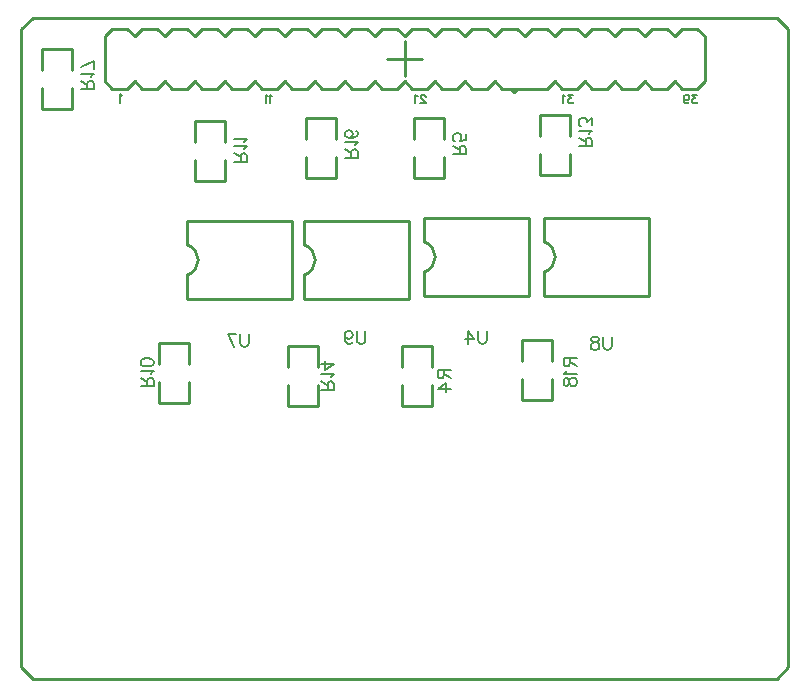
<source format=gbo>
G04 ---------------------------- Layer name :BOTTOM SILK LAYER*
G04 Sat, 24 Nov 2018 04:00:05 GMT*
G04 67e7144068ef4060983f5ba8a8309223*
G04 Gerber Generator version 0.2*
G04 Scale: 100 percent, Rotated: No, Reflected: No *
G04 Dimensions in inches *
G04 leading zeros omitted , absolute positions ,2 integer and 4 decimal *
%FSLAX24Y24*%
%MOIN*%
G90*
G70D02*

%ADD10C,0.010000*%
%ADD33C,0.007000*%
%ADD34C,0.006000*%

G04 ---------------------------- copperAreaA Start*

G04 ---------------------------- copperAreaA End*

G04 ---------------------------- planeZoneA Start*

G04 ---------------------------- planeZoneA End*

G04 ---------------------------- Positive polarity*

%LPD*%

G04 ---------------------------- track start*
G54D10*
G01X13542Y12769D02*
G01X16635Y12769D01*
G01X17046Y12769D01*
G01X17046Y12769D02*
G01X17046Y15367D01*
G01X13542Y15367D02*
G01X17046Y15367D01*
G01X13542Y12765D02*
G01X13542Y13557D01*
G01X13542Y14573D02*
G01X13542Y15363D01*
G01X9542Y12669D02*
G01X12635Y12669D01*
G01X13046Y12669D01*
G01X13046Y12669D02*
G01X13046Y15267D01*
G01X9542Y15267D02*
G01X13046Y15267D01*
G01X9542Y12665D02*
G01X9542Y13457D01*
G01X9542Y14473D02*
G01X9542Y15263D01*
G01X5642Y12669D02*
G01X8735Y12669D01*
G01X9146Y12669D01*
G01X9146Y12669D02*
G01X9146Y15267D01*
G01X5642Y15267D02*
G01X9146Y15267D01*
G01X5642Y12665D02*
G01X5642Y13457D01*
G01X5642Y14473D02*
G01X5642Y15263D01*
G01X5900Y17900D02*
G01X5900Y18600D01*
G01X6900Y18600D01*
G01X6900Y17900D01*
G01X6900Y17300D02*
G01X6900Y16600D01*
G01X5900Y16600D01*
G01X5900Y17300D01*
G01X12800Y10400D02*
G01X12800Y11100D01*
G01X13800Y11100D01*
G01X13800Y10400D01*
G01X13800Y9800D02*
G01X13800Y9100D01*
G01X12800Y9100D01*
G01X12800Y9800D01*
G01X16800Y10600D02*
G01X16800Y11300D01*
G01X17800Y11300D01*
G01X17800Y10600D01*
G01X17800Y10000D02*
G01X17800Y9300D01*
G01X16800Y9300D01*
G01X16800Y10000D01*
G01X4700Y10500D02*
G01X4700Y11200D01*
G01X5700Y11200D01*
G01X5700Y10500D01*
G01X5700Y9900D02*
G01X5700Y9200D01*
G01X4700Y9200D01*
G01X4700Y9900D01*
G01X9600Y18000D02*
G01X9600Y18700D01*
G01X10600Y18700D01*
G01X10600Y18000D01*
G01X10600Y17400D02*
G01X10600Y16700D01*
G01X9600Y16700D01*
G01X9600Y17400D01*
G01X9000Y10400D02*
G01X9000Y11100D01*
G01X10000Y11100D01*
G01X10000Y10400D01*
G01X10000Y9800D02*
G01X10000Y9100D01*
G01X9000Y9100D01*
G01X9000Y9800D01*
G01X13200Y18000D02*
G01X13200Y18700D01*
G01X14200Y18700D01*
G01X14200Y18000D01*
G01X14200Y17400D02*
G01X14200Y16700D01*
G01X13200Y16700D01*
G01X13200Y17400D01*
G01X17400Y18100D02*
G01X17400Y18800D01*
G01X18400Y18800D01*
G01X18400Y18100D01*
G01X18400Y17500D02*
G01X18400Y16800D01*
G01X17400Y16800D01*
G01X17400Y17500D01*
G01X17542Y12769D02*
G01X20635Y12769D01*
G01X21046Y12769D01*
G01X21046Y12769D02*
G01X21046Y15367D01*
G01X17542Y15367D02*
G01X21046Y15367D01*
G01X17542Y12765D02*
G01X17542Y13557D01*
G01X17542Y14573D02*
G01X17542Y15363D01*
G01X1800Y19700D02*
G01X1800Y19000D01*
G01X800Y19000D01*
G01X800Y19700D01*
G01X800Y20300D02*
G01X800Y21000D01*
G01X1800Y21000D01*
G01X1800Y20300D01*
G01X12300Y20669D02*
G01X13489Y20669D01*
G01X12900Y21259D02*
G01X12900Y20080D01*
G01X16150Y19669D02*
G01X15900Y19919D01*
G01X15650Y19669D01*
G01X15150Y19669D01*
G01X14900Y19919D01*
G01X14650Y19669D01*
G01X14150Y19669D01*
G01X13900Y19919D01*
G01X13650Y19669D01*
G01X13150Y19669D01*
G01X12900Y19919D01*
G01X12650Y19669D01*
G01X12150Y19669D01*
G01X11900Y19919D01*
G01X11650Y19669D01*
G01X11150Y19669D01*
G01X10900Y19919D01*
G01X10650Y19669D01*
G01X10150Y19669D01*
G01X9900Y19919D01*
G01X9650Y19669D01*
G01X9150Y19669D01*
G01X8900Y19919D01*
G01X8650Y19669D01*
G01X8150Y19669D01*
G01X7900Y19919D01*
G01X7650Y19669D01*
G01X7150Y19669D01*
G01X6900Y19919D01*
G01X6650Y19669D01*
G01X6150Y19669D01*
G01X5900Y19919D01*
G01X5650Y19669D01*
G01X5150Y19669D01*
G01X4900Y19919D01*
G01X4650Y19669D01*
G01X4150Y19669D01*
G01X3900Y19919D01*
G01X3650Y19669D01*
G01X3150Y19669D01*
G01X2900Y19919D01*
G01X2900Y21419D01*
G01X3150Y21669D01*
G01X3650Y21669D01*
G01X3900Y21419D01*
G01X4150Y21669D01*
G01X4650Y21669D01*
G01X4900Y21419D01*
G01X5150Y21669D01*
G01X5650Y21669D01*
G01X5900Y21419D01*
G01X6150Y21669D01*
G01X6650Y21669D01*
G01X6900Y21419D01*
G01X7150Y21669D01*
G01X7650Y21669D01*
G01X7900Y21419D01*
G01X8150Y21669D01*
G01X8650Y21669D01*
G01X8900Y21419D01*
G01X9150Y21669D01*
G01X9650Y21669D01*
G01X9900Y21419D01*
G01X10150Y21669D01*
G01X10650Y21669D01*
G01X10900Y21419D01*
G01X11150Y21669D01*
G01X11650Y21669D01*
G01X11900Y21419D01*
G01X12150Y21669D01*
G01X12650Y21669D01*
G01X12900Y21419D01*
G01X13150Y21669D01*
G01X13650Y21669D01*
G01X13900Y21419D01*
G01X14150Y21669D01*
G01X14650Y21669D01*
G01X14900Y21419D01*
G01X15150Y21669D01*
G01X15650Y21669D01*
G01X15900Y21419D01*
G01X16150Y21669D01*
G01X16650Y21669D01*
G01X16900Y21419D01*
G01X17150Y21669D01*
G01X17650Y21669D01*
G01X17900Y21419D01*
G01X18150Y21669D01*
G01X18650Y21669D01*
G01X18900Y21419D01*
G01X19150Y21669D01*
G01X19650Y21669D01*
G01X19900Y21419D01*
G01X20150Y21669D01*
G01X20650Y21669D01*
G01X20900Y21419D01*
G01X21150Y21669D01*
G01X21650Y21669D01*
G01X21900Y21419D01*
G01X22150Y21669D01*
G01X22650Y21669D01*
G01X22900Y21419D01*
G01X22900Y19919D01*
G01X22650Y19669D01*
G01X22150Y19669D01*
G01X21900Y19919D01*
G01X21650Y19669D01*
G01X21150Y19669D01*
G01X20900Y19919D01*
G01X20650Y19669D01*
G01X20150Y19669D01*
G01X19900Y19919D01*
G01X19650Y19669D01*
G01X19150Y19669D01*
G01X18900Y19919D01*
G01X18650Y19669D01*
G01X18150Y19669D01*
G01X17900Y19919D01*
G01X17650Y19669D01*
G01X16430Y19669D01*
G01X16539Y19559D01*
G01X16650Y19669D01*
G01X16150Y19669D01*
G01X494Y22046D02*
G01X25297Y22046D01*
G01X25297Y0D02*
G01X494Y0D01*
G01X100Y394D02*
G01X100Y21653D01*
G01X494Y22046D02*
G01X100Y21653D01*
G01X25297Y22046D02*
G01X25690Y21653D01*
G01X25690Y394D02*
G01X25297Y0D01*
G01X494Y0D02*
G01X100Y394D01*
G01X25690Y21653D02*
G01X25690Y11023D01*
G01X25690Y394D01*

G04 ---------------------------- track end*

G04 ---------------------------- text start*
G54D33*
G01X15627Y11600D02*
G01X15627Y11294D01*
G01X15607Y11232D01*
G01X15566Y11190D01*
G01X15504Y11171D01*
G01X15463Y11171D01*
G01X15402Y11190D01*
G01X15361Y11232D01*
G01X15341Y11294D01*
G01X15341Y11600D01*
G01X15001Y11600D02*
G01X15206Y11313D01*
G01X14899Y11313D01*
G01X15001Y11600D02*
G01X15001Y11171D01*
G01X11587Y11600D02*
G01X11587Y11294D01*
G01X11567Y11232D01*
G01X11526Y11190D01*
G01X11464Y11171D01*
G01X11423Y11171D01*
G01X11362Y11190D01*
G01X11321Y11232D01*
G01X11301Y11294D01*
G01X11301Y11600D01*
G01X10900Y11457D02*
G01X10920Y11396D01*
G01X10961Y11355D01*
G01X11022Y11334D01*
G01X11043Y11334D01*
G01X11104Y11355D01*
G01X11145Y11396D01*
G01X11166Y11457D01*
G01X11166Y11478D01*
G01X11145Y11538D01*
G01X11104Y11580D01*
G01X11043Y11600D01*
G01X11022Y11600D01*
G01X10961Y11580D01*
G01X10920Y11538D01*
G01X10900Y11457D01*
G01X10900Y11355D01*
G01X10920Y11253D01*
G01X10961Y11190D01*
G01X11022Y11171D01*
G01X11063Y11171D01*
G01X11125Y11190D01*
G01X11145Y11232D01*
G01X7708Y11500D02*
G01X7708Y11194D01*
G01X7688Y11132D01*
G01X7647Y11090D01*
G01X7585Y11071D01*
G01X7544Y11071D01*
G01X7483Y11090D01*
G01X7442Y11132D01*
G01X7422Y11194D01*
G01X7422Y11500D01*
G01X7000Y11500D02*
G01X7205Y11071D01*
G01X7287Y11500D02*
G01X7000Y11500D01*
G01X7629Y17238D02*
G01X7200Y17238D01*
G01X7629Y17238D02*
G01X7629Y17423D01*
G01X7609Y17484D01*
G01X7589Y17505D01*
G01X7548Y17525D01*
G01X7507Y17525D01*
G01X7466Y17505D01*
G01X7445Y17484D01*
G01X7425Y17423D01*
G01X7425Y17238D01*
G01X7425Y17382D02*
G01X7200Y17525D01*
G01X7548Y17659D02*
G01X7568Y17701D01*
G01X7629Y17763D01*
G01X7200Y17763D01*
G01X7548Y17898D02*
G01X7568Y17938D01*
G01X7629Y18000D01*
G01X7200Y18000D01*
G01X14000Y10299D02*
G01X14429Y10299D01*
G01X14000Y10299D02*
G01X14000Y10115D01*
G01X14020Y10054D01*
G01X14040Y10033D01*
G01X14081Y10013D01*
G01X14122Y10013D01*
G01X14163Y10033D01*
G01X14184Y10054D01*
G01X14204Y10115D01*
G01X14204Y10299D01*
G01X14204Y10156D02*
G01X14429Y10013D01*
G01X14000Y9673D02*
G01X14286Y9878D01*
G01X14286Y9571D01*
G01X14000Y9673D02*
G01X14429Y9673D01*
G01X4528Y9754D02*
G01X4099Y9754D01*
G01X4528Y9754D02*
G01X4528Y9938D01*
G01X4508Y9999D01*
G01X4488Y10020D01*
G01X4447Y10040D01*
G01X4406Y10040D01*
G01X4365Y10020D01*
G01X4344Y9999D01*
G01X4324Y9938D01*
G01X4324Y9754D01*
G01X4324Y9897D02*
G01X4099Y10040D01*
G01X4447Y10175D02*
G01X4467Y10216D01*
G01X4528Y10278D01*
G01X4099Y10278D01*
G01X4528Y10535D02*
G01X4508Y10474D01*
G01X4447Y10433D01*
G01X4344Y10413D01*
G01X4283Y10413D01*
G01X4181Y10433D01*
G01X4119Y10474D01*
G01X4099Y10535D01*
G01X4099Y10576D01*
G01X4119Y10638D01*
G01X4181Y10679D01*
G01X4283Y10699D01*
G01X4344Y10699D01*
G01X4447Y10679D01*
G01X4508Y10638D01*
G01X4528Y10576D01*
G01X4528Y10535D01*
G01X11328Y17375D02*
G01X10899Y17375D01*
G01X11328Y17375D02*
G01X11328Y17559D01*
G01X11308Y17620D01*
G01X11288Y17641D01*
G01X11247Y17661D01*
G01X11206Y17661D01*
G01X11165Y17641D01*
G01X11144Y17620D01*
G01X11124Y17559D01*
G01X11124Y17375D01*
G01X11124Y17518D02*
G01X10899Y17661D01*
G01X11247Y17796D02*
G01X11267Y17837D01*
G01X11328Y17899D01*
G01X10899Y17899D01*
G01X11267Y18279D02*
G01X11308Y18259D01*
G01X11328Y18197D01*
G01X11328Y18156D01*
G01X11308Y18095D01*
G01X11247Y18054D01*
G01X11144Y18034D01*
G01X11042Y18034D01*
G01X10960Y18054D01*
G01X10919Y18095D01*
G01X10899Y18156D01*
G01X10899Y18177D01*
G01X10919Y18238D01*
G01X10960Y18279D01*
G01X11022Y18300D01*
G01X11042Y18300D01*
G01X11103Y18279D01*
G01X11144Y18238D01*
G01X11165Y18177D01*
G01X11165Y18156D01*
G01X11144Y18095D01*
G01X11103Y18054D01*
G01X11042Y18034D01*
G01X10529Y9634D02*
G01X10100Y9634D01*
G01X10529Y9634D02*
G01X10529Y9818D01*
G01X10509Y9879D01*
G01X10489Y9900D01*
G01X10448Y9920D01*
G01X10407Y9920D01*
G01X10366Y9900D01*
G01X10345Y9879D01*
G01X10325Y9818D01*
G01X10325Y9634D01*
G01X10325Y9777D02*
G01X10100Y9920D01*
G01X10448Y10055D02*
G01X10468Y10096D01*
G01X10529Y10158D01*
G01X10100Y10158D01*
G01X10529Y10497D02*
G01X10243Y10293D01*
G01X10243Y10599D01*
G01X10529Y10497D02*
G01X10100Y10497D01*
G01X14929Y17492D02*
G01X14500Y17492D01*
G01X14929Y17492D02*
G01X14929Y17676D01*
G01X14909Y17736D01*
G01X14889Y17757D01*
G01X14848Y17778D01*
G01X14807Y17778D01*
G01X14766Y17757D01*
G01X14745Y17736D01*
G01X14725Y17676D01*
G01X14725Y17492D01*
G01X14725Y17634D02*
G01X14500Y17778D01*
G01X14929Y18159D02*
G01X14929Y17953D01*
G01X14745Y17934D01*
G01X14766Y17953D01*
G01X14786Y18015D01*
G01X14786Y18077D01*
G01X14766Y18138D01*
G01X14725Y18178D01*
G01X14664Y18200D01*
G01X14623Y18200D01*
G01X14561Y18178D01*
G01X14520Y18138D01*
G01X14500Y18077D01*
G01X14500Y18015D01*
G01X14520Y17953D01*
G01X14541Y17934D01*
G01X14582Y17913D01*
G01X19129Y17755D02*
G01X18700Y17755D01*
G01X19129Y17755D02*
G01X19129Y17939D01*
G01X19109Y18000D01*
G01X19089Y18021D01*
G01X19048Y18041D01*
G01X19007Y18041D01*
G01X18966Y18021D01*
G01X18945Y18000D01*
G01X18925Y17939D01*
G01X18925Y17755D01*
G01X18925Y17898D02*
G01X18700Y18041D01*
G01X19048Y18176D02*
G01X19068Y18217D01*
G01X19129Y18279D01*
G01X18700Y18279D01*
G01X19129Y18455D02*
G01X19129Y18680D01*
G01X18966Y18557D01*
G01X18966Y18618D01*
G01X18945Y18659D01*
G01X18925Y18680D01*
G01X18864Y18700D01*
G01X18823Y18700D01*
G01X18761Y18680D01*
G01X18720Y18639D01*
G01X18700Y18577D01*
G01X18700Y18516D01*
G01X18720Y18455D01*
G01X18741Y18434D01*
G01X18782Y18414D01*
G01X19808Y11400D02*
G01X19808Y11094D01*
G01X19788Y11032D01*
G01X19747Y10990D01*
G01X19685Y10971D01*
G01X19644Y10971D01*
G01X19583Y10990D01*
G01X19542Y11032D01*
G01X19522Y11094D01*
G01X19522Y11400D01*
G01X19284Y11400D02*
G01X19346Y11380D01*
G01X19366Y11338D01*
G01X19366Y11298D01*
G01X19346Y11257D01*
G01X19305Y11236D01*
G01X19223Y11215D01*
G01X19162Y11196D01*
G01X19121Y11155D01*
G01X19100Y11113D01*
G01X19100Y11053D01*
G01X19121Y11011D01*
G01X19141Y10990D01*
G01X19203Y10971D01*
G01X19284Y10971D01*
G01X19346Y10990D01*
G01X19366Y11011D01*
G01X19387Y11053D01*
G01X19387Y11113D01*
G01X19366Y11155D01*
G01X19325Y11196D01*
G01X19264Y11215D01*
G01X19182Y11236D01*
G01X19141Y11257D01*
G01X19121Y11298D01*
G01X19121Y11338D01*
G01X19141Y11380D01*
G01X19203Y11400D01*
G01X19284Y11400D01*
G01X2528Y19654D02*
G01X2099Y19654D01*
G01X2528Y19654D02*
G01X2528Y19838D01*
G01X2508Y19899D01*
G01X2488Y19920D01*
G01X2447Y19940D01*
G01X2406Y19940D01*
G01X2365Y19920D01*
G01X2344Y19899D01*
G01X2324Y19838D01*
G01X2324Y19654D01*
G01X2324Y19797D02*
G01X2099Y19940D01*
G01X2447Y20075D02*
G01X2467Y20116D01*
G01X2528Y20178D01*
G01X2099Y20178D01*
G01X2528Y20599D02*
G01X2099Y20394D01*
G01X2528Y20313D02*
G01X2528Y20599D01*
G01X18200Y10700D02*
G01X18628Y10700D01*
G01X18200Y10700D02*
G01X18200Y10516D01*
G01X18219Y10455D01*
G01X18239Y10434D01*
G01X18281Y10414D01*
G01X18322Y10414D01*
G01X18363Y10434D01*
G01X18384Y10455D01*
G01X18403Y10516D01*
G01X18403Y10700D01*
G01X18403Y10557D02*
G01X18628Y10414D01*
G01X18281Y10279D02*
G01X18260Y10238D01*
G01X18200Y10176D01*
G01X18628Y10176D01*
G01X18200Y9939D02*
G01X18219Y10000D01*
G01X18260Y10021D01*
G01X18302Y10021D01*
G01X18343Y10000D01*
G01X18363Y9960D01*
G01X18384Y9878D01*
G01X18403Y9816D01*
G01X18444Y9775D01*
G01X18485Y9755D01*
G01X18547Y9755D01*
G01X18588Y9775D01*
G01X18609Y9796D01*
G01X18628Y9857D01*
G01X18628Y9939D01*
G01X18609Y10000D01*
G01X18588Y10021D01*
G01X18547Y10041D01*
G01X18485Y10041D01*
G01X18444Y10021D01*
G01X18403Y9980D01*
G01X18384Y9919D01*
G01X18363Y9837D01*
G01X18343Y9796D01*
G01X18302Y9775D01*
G01X18260Y9775D01*
G01X18219Y9796D01*
G01X18200Y9857D01*
G01X18200Y9939D01*
G54D34*
G01X3478Y19434D02*
G01X3451Y19448D01*
G01X3409Y19490D01*
G01X3409Y19203D01*
G01X22628Y19469D02*
G01X22478Y19469D01*
G01X22560Y19361D01*
G01X22519Y19361D01*
G01X22492Y19346D01*
G01X22478Y19332D01*
G01X22464Y19292D01*
G01X22464Y19265D01*
G01X22478Y19223D01*
G01X22506Y19196D01*
G01X22547Y19182D01*
G01X22588Y19182D01*
G01X22628Y19196D01*
G01X22642Y19211D01*
G01X22656Y19238D01*
G01X22197Y19373D02*
G01X22210Y19332D01*
G01X22239Y19305D01*
G01X22280Y19292D01*
G01X22293Y19292D01*
G01X22334Y19305D01*
G01X22360Y19332D01*
G01X22375Y19373D01*
G01X22375Y19388D01*
G01X22360Y19428D01*
G01X22334Y19455D01*
G01X22293Y19469D01*
G01X22280Y19469D01*
G01X22239Y19455D01*
G01X22210Y19428D01*
G01X22197Y19373D01*
G01X22197Y19305D01*
G01X22210Y19238D01*
G01X22239Y19196D01*
G01X22280Y19182D01*
G01X22306Y19182D01*
G01X22347Y19196D01*
G01X22360Y19223D01*
G01X8485Y19415D02*
G01X8459Y19428D01*
G01X8418Y19469D01*
G01X8418Y19182D01*
G01X8327Y19415D02*
G01X8301Y19428D01*
G01X8260Y19469D01*
G01X8260Y19182D01*
G01X13592Y19401D02*
G01X13592Y19415D01*
G01X13578Y19442D01*
G01X13564Y19455D01*
G01X13538Y19469D01*
G01X13482Y19469D01*
G01X13456Y19455D01*
G01X13442Y19442D01*
G01X13428Y19415D01*
G01X13428Y19388D01*
G01X13442Y19361D01*
G01X13469Y19319D01*
G01X13606Y19182D01*
G01X13414Y19182D01*
G01X13325Y19415D02*
G01X13297Y19428D01*
G01X13256Y19469D01*
G01X13256Y19182D01*
G01X18498Y19469D02*
G01X18348Y19469D01*
G01X18431Y19361D01*
G01X18389Y19361D01*
G01X18361Y19346D01*
G01X18348Y19332D01*
G01X18335Y19292D01*
G01X18335Y19265D01*
G01X18348Y19223D01*
G01X18376Y19196D01*
G01X18417Y19182D01*
G01X18457Y19182D01*
G01X18498Y19196D01*
G01X18511Y19211D01*
G01X18526Y19238D01*
G01X18244Y19415D02*
G01X18218Y19428D01*
G01X18177Y19469D01*
G01X18177Y19182D01*

G04 ---------------------------- text end*

G04 ---------------------------- protractor start*

G04 ---------------------------- protractor end*

G04 ---------------------------- PAD Start*

G04 ---------------------------- PAD End*

G04 ---------------------------- ARC Start*
G54D10*
G75*
G01X13542Y13557D02*
G3X13542Y14573I-157J508D01*
G01*
G75*
G01X9542Y13457D02*
G3X9542Y14473I-157J508D01*
G01*
G75*
G01X5642Y13457D02*
G3X5642Y14473I-157J508D01*
G01*
G75*
G01X17542Y13557D02*
G3X17542Y14573I-157J508D01*
G01*

G04 ---------------------------- ARC End*

G04 ---------------------------- CIRCLE Start*

G04 ---------------------------- CIRCLE End*

G04 ---------------------------- RECT Start*

G04 ---------------------------- RECT End*

G04 ---------------------------- SOLIDREGION Start*

G04 ---------------------------- SOLIDREGION End*

G04 ---------------------------- ALL layer Pad Via Start*

G04 ---------------------------- ALL layer Pad Via End*
M00*
M02*

</source>
